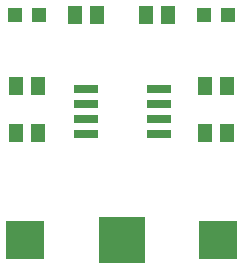
<source format=gbr>
G04 EAGLE Gerber RS-274X export*
G75*
%MOMM*%
%FSLAX34Y34*%
%LPD*%
%INSolderpaste Top*%
%IPPOS*%
%AMOC8*
5,1,8,0,0,1.08239X$1,22.5*%
G01*
%ADD10R,3.900000X3.900000*%
%ADD11R,3.200000X3.200000*%
%ADD12R,1.300000X1.500000*%
%ADD13R,2.032000X0.660400*%
%ADD14R,1.200000X1.200000*%


D10*
X120000Y90000D03*
D11*
X202000Y90000D03*
X38000Y90000D03*
D12*
X190500Y180000D03*
X209500Y180000D03*
X30500Y220000D03*
X49500Y220000D03*
D13*
X151534Y179550D03*
X90066Y179550D03*
X151534Y192250D03*
X151534Y204950D03*
X90066Y192250D03*
X90066Y204950D03*
X151534Y217650D03*
X90066Y217650D03*
D14*
X50500Y280000D03*
X29500Y280000D03*
X210500Y280000D03*
X189500Y280000D03*
D12*
X80500Y280000D03*
X99500Y280000D03*
X140500Y280000D03*
X159500Y280000D03*
X30500Y180000D03*
X49500Y180000D03*
X190500Y220000D03*
X209500Y220000D03*
M02*

</source>
